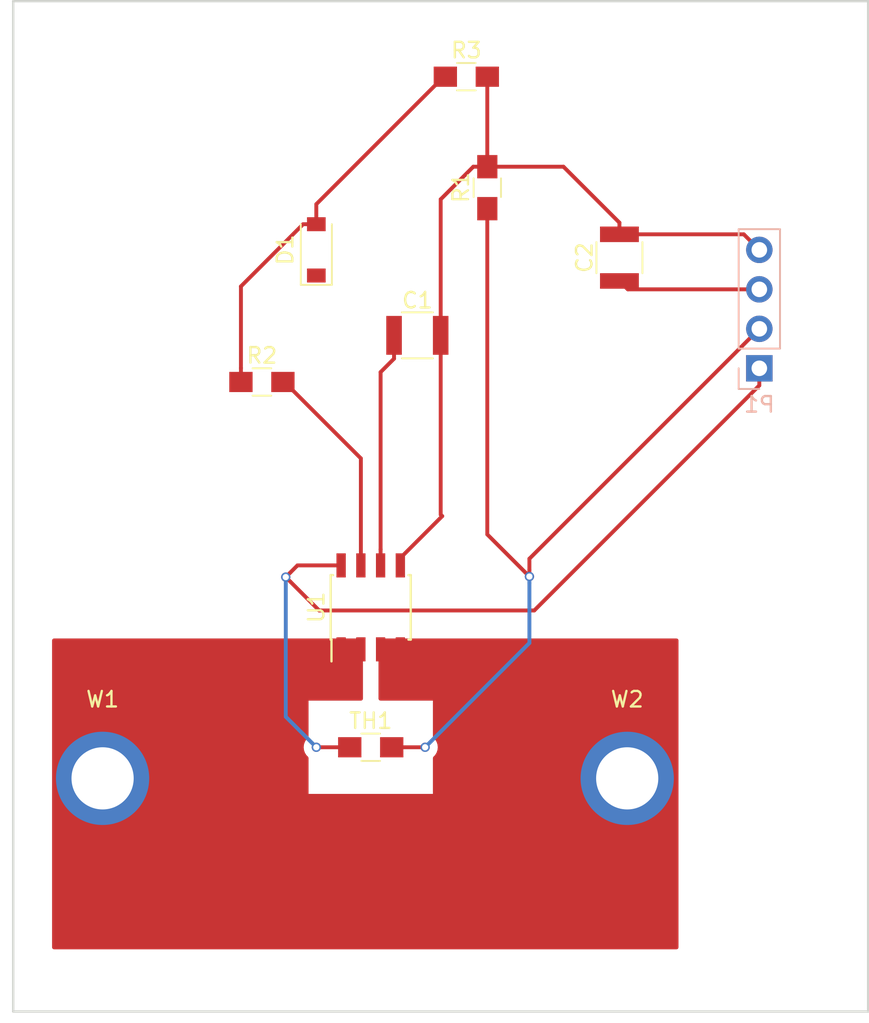
<source format=kicad_pcb>
(kicad_pcb (version 20221018) (generator pcbnew)
  (layers (0 "F.Cu" signal) (31 "B.Cu" signal) (34 "B.Paste" user) (35 "F.Paste" user) (36 "B.SilkS" user "B.Silkscreen") (37 "F.SilkS" user "F.Silkscreen") (38 "B.Mask" user) (39 "F.Mask" user) (44 "Edge.Cuts" user))
  (net 0 "")
  (net 1 "Net-(C1-Pad1)")
  (net 2 "GND")
  (net 3 "/ACS712/ISENSE_OUT")
  (net 4 "Net-(D1-Pad2)")
  (net 5 "+3V3")
  (net 6 "Net-(P1-Pad2)")
  (net 7 "Net-(R2-Pad2)")
  (net 8 "/ACS712/ALL_I+")
  (footprint "Capacitors_SMD:C_1210" (layer "F.Cu") (at 126 116.5)
    (fp_text reference "C1" (at 0 -2.25) (layer "F.SilkS"))
    (fp_text value "1nF")
    (fp_line (start -1 1.48) (end 1 1.48) (stroke (width 0.12)) (layer "F.SilkS"))
    (fp_line (start 1 -1.48) (end -1 -1.48) (stroke (width 0.12)) (layer "F.SilkS"))
    (pad "1" smd rect (at -1.5 0) (size 1 2.5) (layers "F.Cu" "F.Paste" "F.Mask") (net 1 "Net-(C1-Pad1)"))
    (pad "2" smd rect (at 1.5 0) (size 1 2.5) (layers "F.Cu" "F.Paste" "F.Mask") (net 2 "GND"))
  )
  (footprint "Capacitors_SMD:C_1210" (layer "F.Cu") (at 139 111.5 90)
    (fp_text reference "C2" (at 0 -2.25 90) (layer "F.SilkS"))
    (fp_text value "Test")
    (fp_line (start -1 1.48) (end 1 1.48) (stroke (width 0.12)) (layer "F.SilkS"))
    (fp_line (start 1 -1.48) (end -1 -1.48) (stroke (width 0.12)) (layer "F.SilkS"))
    (pad "1" smd rect (at -1.5 0 90) (size 1 2.5) (layers "F.Cu" "F.Paste" "F.Mask") (net 3 "/ACS712/ISENSE_OUT"))
    (pad "2" smd rect (at 1.5 0 90) (size 1 2.5) (layers "F.Cu" "F.Paste" "F.Mask") (net 2 "GND"))
  )
  (footprint "Diodes_SMD:D_SOD-123" (layer "F.Cu") (at 119.5 111 90)
    (fp_text reference "D1" (at 0 -2 90) (layer "F.SilkS"))
    (fp_text value "1N4448W")
    (fp_line (start -2.25 -1) (end -2.25 1) (stroke (width 0.12)) (layer "F.SilkS"))
    (fp_line (start -2.25 -1) (end 1.65 -1) (stroke (width 0.12)) (layer "F.SilkS"))
    (fp_line (start -2.25 1) (end 1.65 1) (stroke (width 0.12)) (layer "F.SilkS"))
    (pad "1" smd rect (at -1.65 0 90) (size 0.9 1.2) (layers "F.Cu" "F.Paste" "F.Mask") (net 3 "/ACS712/ISENSE_OUT"))
    (pad "2" smd rect (at 1.65 0 90) (size 0.9 1.2) (layers "F.Cu" "F.Paste" "F.Mask") (net 4 "Net-(D1-Pad2)"))
  )
  (footprint "Resistors_SMD:R_0805_HandSoldering" (layer "F.Cu") (at 130.5 107 90)
    (fp_text reference "R1" (at 0 -1.7 90) (layer "F.SilkS"))
    (fp_text value "10k")
    (fp_line (start -0.6 -0.88) (end 0.6 -0.88) (stroke (width 0.12)) (layer "F.SilkS"))
    (fp_line (start 0.6 0.88) (end -0.6 0.88) (stroke (width 0.12)) (layer "F.SilkS"))
    (pad "1" smd rect (at -1.35 0 90) (size 1.5 1.3) (layers "F.Cu" "F.Paste" "F.Mask") (net 6 "Net-(P1-Pad2)"))
    (pad "2" smd rect (at 1.35 0 90) (size 1.5 1.3) (layers "F.Cu" "F.Paste" "F.Mask") (net 2 "GND"))
  )
  (footprint "Resistors_SMD:R_0805_HandSoldering" (layer "F.Cu") (at 116 119.5)
    (fp_text reference "R2" (at 0 -1.7) (layer "F.SilkS"))
    (fp_text value "2k")
    (fp_line (start -0.6 -0.88) (end 0.6 -0.88) (stroke (width 0.12)) (layer "F.SilkS"))
    (fp_line (start 0.6 0.88) (end -0.6 0.88) (stroke (width 0.12)) (layer "F.SilkS"))
    (pad "1" smd rect (at -1.35 0) (size 1.5 1.3) (layers "F.Cu" "F.Paste" "F.Mask") (net 4 "Net-(D1-Pad2)"))
    (pad "2" smd rect (at 1.35 0) (size 1.5 1.3) (layers "F.Cu" "F.Paste" "F.Mask") (net 7 "Net-(R2-Pad2)"))
  )
  (footprint "Resistors_SMD:R_0805_HandSoldering" (layer "F.Cu") (at 129.15 99.86)
    (fp_text reference "R3" (at 0 -1.7) (layer "F.SilkS"))
    (fp_text value "10k")
    (fp_line (start -0.6 -0.88) (end 0.6 -0.88) (stroke (width 0.12)) (layer "F.SilkS"))
    (fp_line (start 0.6 0.88) (end -0.6 0.88) (stroke (width 0.12)) (layer "F.SilkS"))
    (pad "1" smd rect (at -1.35 0) (size 1.5 1.3) (layers "F.Cu" "F.Paste" "F.Mask") (net 4 "Net-(D1-Pad2)"))
    (pad "2" smd rect (at 1.35 0) (size 1.5 1.3) (layers "F.Cu" "F.Paste" "F.Mask") (net 2 "GND"))
  )
  (footprint "Resistors_SMD:R_0805_HandSoldering" (layer "F.Cu") (at 123 143)
    (fp_text reference "TH1" (at 0 -1.7) (layer "F.SilkS"))
    (fp_text value "THERMISTOR")
    (fp_line (start -0.6 -0.88) (end 0.6 -0.88) (stroke (width 0.12)) (layer "F.SilkS"))
    (fp_line (start 0.6 0.88) (end -0.6 0.88) (stroke (width 0.12)) (layer "F.SilkS"))
    (pad "1" smd rect (at -1.35 0) (size 1.5 1.3) (layers "F.Cu" "F.Paste" "F.Mask") (net 5 "+3V3"))
    (pad "2" smd rect (at 1.35 0) (size 1.5 1.3) (layers "F.Cu" "F.Paste" "F.Mask") (net 6 "Net-(P1-Pad2)"))
  )
  (footprint "Housings_SOIC:SOIC-8_3.9x4.9mm_Pitch1.27mm" (layer "F.Cu") (at 123 134 90)
    (fp_text reference "U1" (at 0 -3.5 90) (layer "F.SilkS"))
    (fp_text value "ACS712")
    (fp_line (start -2.075 -2.575) (end -2.075 -2.525) (stroke (width 0.15)) (layer "F.SilkS"))
    (fp_line (start -2.075 -2.575) (end 2.075 -2.575) (stroke (width 0.15)) (layer "F.SilkS"))
    (fp_line (start -2.075 -2.525) (end -3.475 -2.525) (stroke (width 0.15)) (layer "F.SilkS"))
    (fp_line (start -2.075 2.575) (end -2.075 2.43) (stroke (width 0.15)) (layer "F.SilkS"))
    (fp_line (start -2.075 2.575) (end 2.075 2.575) (stroke (width 0.15)) (layer "F.SilkS"))
    (fp_line (start 2.075 -2.575) (end 2.075 -2.43) (stroke (width 0.15)) (layer "F.SilkS"))
    (fp_line (start 2.075 2.575) (end 2.075 2.43) (stroke (width 0.15)) (layer "F.SilkS"))
    (pad "1" smd rect (at -2.7 -1.905 90) (size 1.55 0.6) (layers "F.Cu" "F.Paste" "F.Mask") (net 8 "/ACS712/ALL_I+"))
    (pad "2" smd rect (at -2.7 -0.635 90) (size 1.55 0.6) (layers "F.Cu" "F.Paste" "F.Mask") (net 8 "/ACS712/ALL_I+"))
    (pad "3" smd rect (at -2.7 0.635 90) (size 1.55 0.6) (layers "F.Cu" "F.Paste" "F.Mask") (net 8 "/ACS712/ALL_I+"))
    (pad "4" smd rect (at -2.7 1.905 90) (size 1.55 0.6) (layers "F.Cu" "F.Paste" "F.Mask") (net 8 "/ACS712/ALL_I+"))
    (pad "5" smd rect (at 2.7 1.905 90) (size 1.55 0.6) (layers "F.Cu" "F.Paste" "F.Mask") (net 2 "GND"))
    (pad "6" smd rect (at 2.7 0.635 90) (size 1.55 0.6) (layers "F.Cu" "F.Paste" "F.Mask") (net 1 "Net-(C1-Pad1)"))
    (pad "7" smd rect (at 2.7 -0.635 90) (size 1.55 0.6) (layers "F.Cu" "F.Paste" "F.Mask") (net 7 "Net-(R2-Pad2)"))
    (pad "8" smd rect (at 2.7 -1.905 90) (size 1.55 0.6) (layers "F.Cu" "F.Paste" "F.Mask") (net 5 "+3V3"))
  )
  (footprint "USST-footprints:Testpad_large" (layer "F.Cu") (at 105.75 145)
    (fp_text reference "W1" (at 0 -5.08) (layer "F.SilkS"))
    (fp_text value "TEST_1P")
    (pad "1" thru_hole circle (at 0 0) (size 6 6) (drill 4) (layers "*.Cu" "*.Mask") (net 8 "/ACS712/ALL_I+"))
  )
  (footprint "USST-footprints:Testpad_large" (layer "F.Cu") (at 139.5 145)
    (fp_text reference "W2" (at 0 -5.08) (layer "F.SilkS"))
    (fp_text value "TEST_1P")
    (pad "1" thru_hole circle (at 0 0) (size 6 6) (drill 4) (layers "*.Cu" "*.Mask") (net 8 "/ACS712/ALL_I+"))
  )
  (footprint "Pin_Headers:Pin_Header_Straight_1x04_Pitch2.54mm" (layer "B.Cu") (at 148 118.62)
    (fp_text reference "P1" (at 0 2.33) (layer "B.SilkS") (effects (justify mirror)))
    (fp_text value "CONN_01X04")
    (fp_line (start -1.33 -8.95) (end 1.33 -8.95) (stroke (width 0.12)) (layer "B.SilkS"))
    (fp_line (start -1.33 -1.27) (end -1.33 -8.95) (stroke (width 0.12)) (layer "B.SilkS"))
    (fp_line (start -1.33 0) (end -1.33 1.33) (stroke (width 0.12)) (layer "B.SilkS"))
    (fp_line (start -1.33 1.33) (end 0 1.33) (stroke (width 0.12)) (layer "B.SilkS"))
    (fp_line (start 1.33 -8.95) (end 1.33 -1.27) (stroke (width 0.12)) (layer "B.SilkS"))
    (fp_line (start 1.33 -1.27) (end -1.33 -1.27) (stroke (width 0.12)) (layer "B.SilkS"))
    (pad "1" thru_hole rect (at 0 0) (size 1.7 1.7) (drill 1) (layers "*.Cu" "*.Mask") (net 5 "+3V3"))
    (pad "2" thru_hole oval (at 0 -2.54) (size 1.7 1.7) (drill 1) (layers "*.Cu" "*.Mask") (net 6 "Net-(P1-Pad2)"))
    (pad "3" thru_hole oval (at 0 -5.08) (size 1.7 1.7) (drill 1) (layers "*.Cu" "*.Mask") (net 3 "/ACS712/ISENSE_OUT"))
    (pad "4" thru_hole oval (at 0 -7.62) (size 1.7 1.7) (drill 1) (layers "*.Cu" "*.Mask") (net 2 "GND"))
  )
  (gr_line (start 155 95) (end 155 160) (stroke (width 0.15)) (layer "Edge.Cuts"))
  (gr_line (start 100 95) (end 155 95) (stroke (width 0.15)) (layer "Edge.Cuts"))
  (gr_line (start 155 160) (end 100 160) (stroke (width 0.15)) (layer "Edge.Cuts"))
  (gr_line (start 100 160) (end 100 95) (stroke (width 0.15)) (layer "Edge.Cuts"))
  (segment (start 123.635 130.275) (end 123.635 131.3) (width 0.25) (layer "F.Cu") (net 1))
  (segment (start 124.5 118) (end 123.635 118.865) (width 0.25) (layer "F.Cu") (net 1))
  (segment (start 124.5 116.5) (end 124.5 118) (width 0.25) (layer "F.Cu") (net 1))
  (segment (start 123.635 118.865) (end 123.635 130.275) (width 0.25) (layer "F.Cu") (net 1))
  (segment (start 127.6 128.13) (end 127.5 128.03) (width 0.25) (layer "F.Cu") (net 2))
  (segment (start 139 109.25) (end 135.4 105.65) (width 0.25) (layer "F.Cu") (net 2))
  (segment (start 129.6 105.65) (end 130.5 105.65) (width 0.25) (layer "F.Cu") (net 2))
  (segment (start 139 110) (end 147 110) (width 0.25) (layer "F.Cu") (net 2))
  (segment (start 124.905 131.3) (end 124.905 130.825) (width 0.25) (layer "F.Cu") (net 2))
  (segment (start 147 110) (end 148 111) (width 0.25) (layer "F.Cu") (net 2))
  (segment (start 130.5 104.65) (end 130.5 99.86) (width 0.25) (layer "F.Cu") (net 2))
  (segment (start 127.5 107.75) (end 129.6 105.65) (width 0.25) (layer "F.Cu") (net 2))
  (segment (start 127.5 128.03) (end 127.5 116.5) (width 0.25) (layer "F.Cu") (net 2))
  (segment (start 127.5 116.5) (end 127.5 107.75) (width 0.25) (layer "F.Cu") (net 2))
  (segment (start 130.5 105.65) (end 130.5 104.65) (width 0.25) (layer "F.Cu") (net 2))
  (segment (start 139 110) (end 139 109.25) (width 0.25) (layer "F.Cu") (net 2))
  (segment (start 124.905 130.825) (end 127.6 128.13) (width 0.25) (layer "F.Cu") (net 2))
  (segment (start 135.4 105.65) (end 130.5 105.65) (width 0.25) (layer "F.Cu") (net 2))
  (segment (start 148 113.54) (end 139.54 113.54) (width 0.25) (layer "F.Cu") (net 3))
  (segment (start 139.54 113.54) (end 139 113) (width 0.25) (layer "F.Cu") (net 3))
  (segment (start 119.5 108.65) (end 119.5 109.35) (width 0.25) (layer "F.Cu") (net 4))
  (segment (start 114.65 118.6) (end 114.65 119.5) (width 0.25) (layer "F.Cu") (net 4))
  (segment (start 114.65 113.35) (end 114.65 118.6) (width 0.25) (layer "F.Cu") (net 4))
  (segment (start 119.5 109.35) (end 118.65 109.35) (width 0.25) (layer "F.Cu") (net 4))
  (segment (start 119.5 108.06) (end 119.5 108.65) (width 0.25) (layer "F.Cu") (net 4))
  (segment (start 127.8 99.86) (end 127.7 99.86) (width 0.25) (layer "F.Cu") (net 4))
  (segment (start 118.65 109.35) (end 114.65 113.35) (width 0.25) (layer "F.Cu") (net 4))
  (segment (start 127.7 99.86) (end 119.5 108.06) (width 0.25) (layer "F.Cu") (net 4))
  (segment (start 117.834196 132.352578) (end 117.534197 132.052579) (width 0.25) (layer "F.Cu") (net 5))
  (segment (start 148 119.72) (end 133.52 134.2) (width 0.25) (layer "F.Cu") (net 5))
  (segment (start 119.681618 134.2) (end 117.834196 132.352578) (width 0.25) (layer "F.Cu") (net 5))
  (segment (start 118.286776 131.3) (end 117.834196 131.75258) (width 0.25) (layer "F.Cu") (net 5))
  (segment (start 117.834196 131.75258) (end 117.534197 132.052579) (width 0.25) (layer "F.Cu") (net 5))
  (segment (start 148 118.62) (end 148 119.72) (width 0.25) (layer "F.Cu") (net 5))
  (segment (start 121.095 131.3) (end 118.286776 131.3) (width 0.25) (layer "F.Cu") (net 5))
  (segment (start 121.65 143) (end 119.5 143) (width 0.25) (layer "F.Cu") (net 5))
  (segment (start 133.52 134.2) (end 119.681618 134.2) (width 0.25) (layer "F.Cu") (net 5))
  (via (at 117.534197 132.052579) (size 0.6) (drill 0.4) (layers "F.Cu" "B.Cu") (net 5))
  (via (at 119.5 143) (size 0.6) (drill 0.4) (layers "F.Cu" "B.Cu") (net 5))
  (segment (start 117.534197 132.476843) (end 117.534197 132.052579) (width 0.25) (layer "B.Cu") (net 5))
  (segment (start 119.5 143) (end 117.534197 141.034197) (width 0.25) (layer "B.Cu") (net 5))
  (segment (start 117.534197 141.034197) (end 117.534197 132.476843) (width 0.25) (layer "B.Cu") (net 5))
  (segment (start 132.908596 131.715945) (end 133.208595 132.015944) (width 0.25) (layer "F.Cu") (net 6))
  (segment (start 130.5 129.307349) (end 132.908596 131.715945) (width 0.25) (layer "F.Cu") (net 6))
  (segment (start 124.35 143) (end 126.5 143) (width 0.25) (layer "F.Cu") (net 6))
  (segment (start 148 116.08) (end 133.208595 130.871405) (width 0.25) (layer "F.Cu") (net 6))
  (segment (start 133.208595 130.871405) (end 133.208595 131.59168) (width 0.25) (layer "F.Cu") (net 6))
  (segment (start 130.5 108.35) (end 130.5 129.307349) (width 0.25) (layer "F.Cu") (net 6))
  (segment (start 133.208595 131.59168) (end 133.208595 132.015944) (width 0.25) (layer "F.Cu") (net 6))
  (via (at 133.208595 132.015944) (size 0.6) (drill 0.4) (layers "F.Cu" "B.Cu") (net 6))
  (via (at 126.5 143) (size 0.6) (drill 0.4) (layers "F.Cu" "B.Cu") (net 6))
  (segment (start 133.208595 136.291405) (end 133.208595 132.440208) (width 0.25) (layer "B.Cu") (net 6))
  (segment (start 126.5 143) (end 133.208595 136.291405) (width 0.25) (layer "B.Cu") (net 6))
  (segment (start 133.208595 132.440208) (end 133.208595 132.015944) (width 0.25) (layer "B.Cu") (net 6))
  (segment (start 117.45 119.5) (end 117.35 119.5) (width 0.25) (layer "F.Cu") (net 7))
  (segment (start 122.365 124.415) (end 117.45 119.5) (width 0.25) (layer "F.Cu") (net 7))
  (segment (start 122.365 131.3) (end 122.365 124.415) (width 0.25) (layer "F.Cu") (net 7))
  (zone (net 8) (net_name "/ACS712/ALL_I+") (layer "F.Cu") (connect_pads yes (clearance 0.508)) (min_thickness 0.254) (fill yes (thermal_gap 0.508) (thermal_bridge_width 0.508))
    (polygon (pts (xy 122.5 136) (xy 122.5 140) (xy 119 140) (xy 119 146) (xy 127 146) (xy 127 140) (xy 123.5 140) (xy 123.5 136) (xy 142.8 136) (xy 142.8 156) (xy 102.5 156) (xy 102.5 136)))
  )
)
</source>
